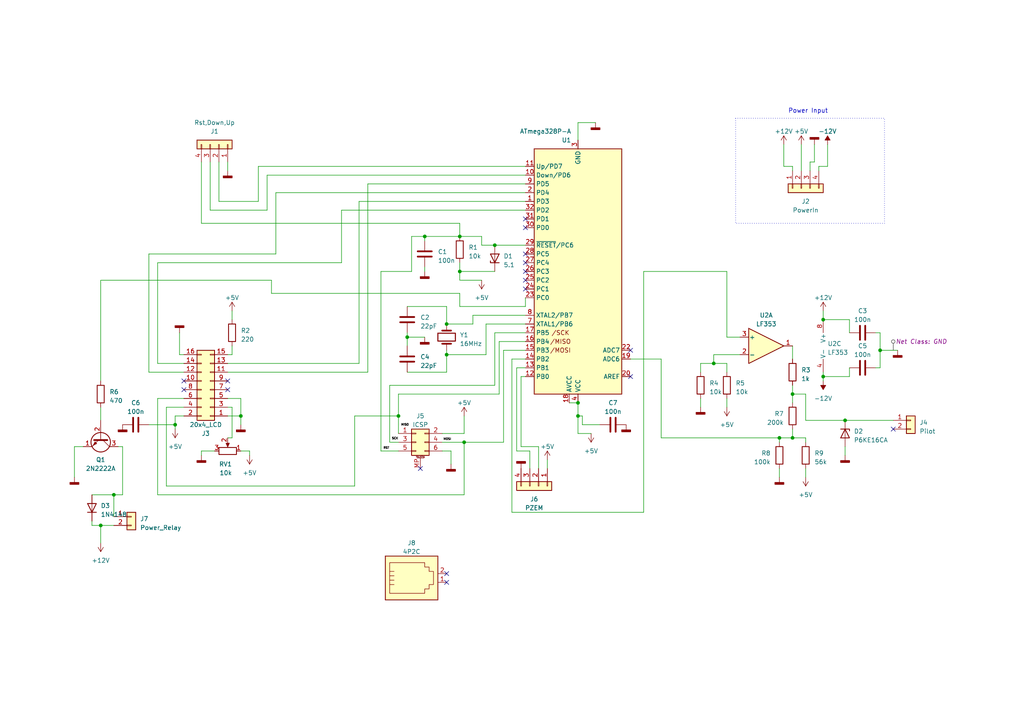
<source format=kicad_sch>
(kicad_sch (version 20230121) (generator eeschema)
  (paper "A4")
  (title_block (title "EV_Charger long version") (date "2023-05-18") (rev "0.1") (company "Siniak Digital Solutions"))
  (lib_symbols
    (symbol "+5V_1" (power) (pin_numbers hide) (pin_names (offset 0) hide)
      (property "Value" "+5V_1" (at 0 3.556 0))
      (symbol "+5V_1_0_1"
        (polyline (pts (xy -0.762 1.27) (xy 0 2.54)))
        (polyline (pts (xy 0 0) (xy 0 2.54)))
        (polyline (pts (xy 0 2.54) (xy 0.762 1.27)))
      )
      (symbol "+5V_1_1_1"
        (pin power_in line (at 0 0 90) (length 0) hide (name "+5V") (number "1"))
      )
    )
    (symbol "Amplifier_Operational:TL072" (pin_names (offset 0.127))
      (property "Reference" "U" (at 0 5.08 0))
      (property "Value" "TL072" (at 0 -5.08 0))
      (symbol "TL072_1_1"
        (polyline (pts (xy -5.08 5.08) (xy 5.08 0) (xy -5.08 -5.08) (xy -5.08 5.08)) (stroke (width 0.254)) (fill (type background)))
        (pin output line (at 7.62 0 180) (length 2.54) (name "~") (number "1"))
        (pin input line (at -7.62 -2.54 0) (length 2.54) (name "-") (number "2"))
        (pin input line (at -7.62 2.54 0) (length 2.54) (name "+") (number "3"))
      )
      (symbol "TL072_2_1"
        (polyline (pts (xy -5.08 5.08) (xy 5.08 0) (xy -5.08 -5.08) (xy -5.08 5.08)) (stroke (width 0.254)) (fill (type background)))
        (pin input line (at -7.62 2.54 0) (length 2.54) (name "+") (number "5"))
        (pin input line (at -7.62 -2.54 0) (length 2.54) (name "-") (number "6"))
        (pin output line (at 7.62 0 180) (length 2.54) (name "~") (number "7"))
      )
      (symbol "TL072_3_1"
        (pin power_in line (at -2.54 -7.62 90) (length 3.81) (name "V-") (number "4"))
        (pin power_in line (at -2.54 7.62 270) (length 3.81) (name "V+") (number "8"))
      )
    )
    (symbol "Connector:4P2C" (pin_names (offset 1.016))
      (property "Reference" "J" (at -5.08 8.89 0))
      (property "Value" "4P2C" (at 2.54 8.89 0))
      (symbol "4P2C_0_1"
        (polyline (pts (xy -6.35 -0.635) (xy -5.08 -0.635) (xy -5.08 -0.635)))
        (polyline (pts (xy -6.35 0.635) (xy -5.08 0.635) (xy -5.08 0.635)))
        (polyline (pts (xy -6.35 1.905) (xy -5.08 1.905) (xy -5.08 1.905)))
        (polyline (pts (xy -6.35 3.175) (xy -5.08 3.175) (xy -5.08 3.175)))
        (polyline (pts (xy -6.35 -3.175) (xy -6.35 5.715) (xy -1.27 5.715) (xy 3.81 5.715) (xy 3.81 4.445) (xy 5.08 4.445) (xy 5.08 3.175) (xy 6.35 3.175) (xy 6.35 -0.635) (xy 5.08 -0.635) (xy 5.08 -1.905) (xy 3.81 -1.905) (xy 3.81 -3.175) (xy -6.35 -3.175) (xy -6.35 -3.175)))
        (rectangle (start 7.62 7.62) (end -7.62 -5.08) (stroke (width 0.254)) (fill (type background)))
      )
      (symbol "4P2C_1_1"
        (pin passive line (at 10.16 0 180) (length 2.54) (name "~") (number "1"))
        (pin passive line (at 10.16 2.54 180) (length 2.54) (name "~") (number "2"))
      )
    )
    (symbol "Connector_Generic:Conn_01x02" (pin_names (offset 1.016) hide)
      (property "Reference" "J" (at 0 2.54 0))
      (property "Value" "Conn_01x02" (at 0 -5.08 0))
      (symbol "Conn_01x02_1_1"
        (rectangle (start -1.27 -2.413) (end 0 -2.667) (stroke (width 0.1524)))
        (rectangle (start -1.27 0.127) (end 0 -0.127) (stroke (width 0.1524)))
        (rectangle (start -1.27 1.27) (end 1.27 -3.81) (stroke (width 0.254)) (fill (type background)))
        (pin passive line (at -5.08 0 0) (length 3.81) (name "Pin_1") (number "1"))
        (pin passive line (at -5.08 -2.54 0) (length 3.81) (name "Pin_2") (number "2"))
      )
    )
    (symbol "Connector_Generic:Conn_01x04" (pin_names (offset 1.016) hide)
      (property "Reference" "J" (at 0 5.08 0))
      (property "Value" "Conn_01x04" (at 0 -7.62 0))
      (symbol "Conn_01x04_1_1"
        (rectangle (start -1.27 -4.953) (end 0 -5.207) (stroke (width 0.1524)))
        (rectangle (start -1.27 -2.413) (end 0 -2.667) (stroke (width 0.1524)))
        (rectangle (start -1.27 0.127) (end 0 -0.127) (stroke (width 0.1524)))
        (rectangle (start -1.27 2.667) (end 0 2.413) (stroke (width 0.1524)))
        (rectangle (start -1.27 3.81) (end 1.27 -6.35) (stroke (width 0.254)) (fill (type background)))
        (pin passive line (at -5.08 2.54 0) (length 3.81) (name "Pin_1") (number "1"))
        (pin passive line (at -5.08 0 0) (length 3.81) (name "Pin_2") (number "2"))
        (pin passive line (at -5.08 -2.54 0) (length 3.81) (name "Pin_3") (number "3"))
        (pin passive line (at -5.08 -5.08 0) (length 3.81) (name "Pin_4") (number "4"))
      )
    )
    (symbol "Connector_Generic:Conn_02x08_Odd_Even" (pin_names (offset 1.016) hide)
      (property "Reference" "J" (at 1.27 10.16 0))
      (property "Value" "Conn_02x08_Odd_Even" (at 1.27 -12.7 0))
      (symbol "Conn_02x08_Odd_Even_1_1"
        (rectangle (start -1.27 -10.033) (end 0 -10.287) (stroke (width 0.1524)))
        (rectangle (start -1.27 -7.493) (end 0 -7.747) (stroke (width 0.1524)))
        (rectangle (start -1.27 -4.953) (end 0 -5.207) (stroke (width 0.1524)))
        (rectangle (start -1.27 -2.413) (end 0 -2.667) (stroke (width 0.1524)))
        (rectangle (start -1.27 0.127) (end 0 -0.127) (stroke (width 0.1524)))
        (rectangle (start -1.27 2.667) (end 0 2.413) (stroke (width 0.1524)))
        (rectangle (start -1.27 5.207) (end 0 4.953) (stroke (width 0.1524)))
        (rectangle (start -1.27 7.747) (end 0 7.493) (stroke (width 0.1524)))
        (rectangle (start -1.27 8.89) (end 3.81 -11.43) (stroke (width 0.254)) (fill (type background)))
        (rectangle (start 3.81 -10.033) (end 2.54 -10.287) (stroke (width 0.1524)))
        (rectangle (start 3.81 -7.493) (end 2.54 -7.747) (stroke (width 0.1524)))
        (rectangle (start 3.81 -4.953) (end 2.54 -5.207) (stroke (width 0.1524)))
        (rectangle (start 3.81 -2.413) (end 2.54 -2.667) (stroke (width 0.1524)))
        (rectangle (start 3.81 0.127) (end 2.54 -0.127) (stroke (width 0.1524)))
        (rectangle (start 3.81 2.667) (end 2.54 2.413) (stroke (width 0.1524)))
        (rectangle (start 3.81 5.207) (end 2.54 4.953) (stroke (width 0.1524)))
        (rectangle (start 3.81 7.747) (end 2.54 7.493) (stroke (width 0.1524)))
        (pin passive line (at -5.08 7.62 0) (length 3.81) (name "Pin_1") (number "1"))
        (pin passive line (at 7.62 -2.54 180) (length 3.81) (name "Pin_10") (number "10"))
        (pin passive line (at -5.08 -5.08 0) (length 3.81) (name "Pin_11") (number "11"))
        (pin passive line (at 7.62 -5.08 180) (length 3.81) (name "Pin_12") (number "12"))
        (pin passive line (at -5.08 -7.62 0) (length 3.81) (name "Pin_13") (number "13"))
        (pin passive line (at 7.62 -7.62 180) (length 3.81) (name "Pin_14") (number "14"))
        (pin passive line (at -5.08 -10.16 0) (length 3.81) (name "Pin_15") (number "15"))
        (pin passive line (at 7.62 -10.16 180) (length 3.81) (name "Pin_16") (number "16"))
        (pin passive line (at 7.62 7.62 180) (length 3.81) (name "Pin_2") (number "2"))
        (pin passive line (at -5.08 5.08 0) (length 3.81) (name "Pin_3") (number "3"))
        (pin passive line (at 7.62 5.08 180) (length 3.81) (name "Pin_4") (number "4"))
        (pin passive line (at -5.08 2.54 0) (length 3.81) (name "Pin_5") (number "5"))
        (pin passive line (at 7.62 2.54 180) (length 3.81) (name "Pin_6") (number "6"))
        (pin passive line (at -5.08 0 0) (length 3.81) (name "Pin_7") (number "7"))
        (pin passive line (at 7.62 0 180) (length 3.81) (name "Pin_8") (number "8"))
        (pin passive line (at -5.08 -2.54 0) (length 3.81) (name "Pin_9") (number "9"))
      )
    )
    (symbol "Connector_Generic_MountingPin:Conn_02x03_Odd_Even_MountingPin" (pin_names (offset 1.016) hide)
      (property "Reference" "J" (at 1.27 5.08 0))
      (property "Value" "Conn_02x03_Odd_Even_MountingPin" (at 2.54 -5.08 0))
      (symbol "Conn_02x03_Odd_Even_MountingPin_1_1"
        (rectangle (start -1.27 -2.413) (end 0 -2.667) (stroke (width 0.1524)))
        (rectangle (start -1.27 0.127) (end 0 -0.127) (stroke (width 0.1524)))
        (rectangle (start -1.27 2.667) (end 0 2.413) (stroke (width 0.1524)))
        (rectangle (start -1.27 3.81) (end 3.81 -3.81) (stroke (width 0.254)) (fill (type background)))
        (polyline (pts (xy 0.254 -4.572) (xy 2.286 -4.572)) (stroke (width 0.1524)))
        (rectangle (start 3.81 -2.413) (end 2.54 -2.667) (stroke (width 0.1524)))
        (rectangle (start 3.81 0.127) (end 2.54 -0.127) (stroke (width 0.1524)))
        (rectangle (start 3.81 2.667) (end 2.54 2.413) (stroke (width 0.1524)))
        (text "Mounting" (at 1.27 -4.191 0) (effects (font (size 0.381 0.381))))
        (pin passive line (at -5.08 2.54 0) (length 3.81) (name "Pin_1") (number "1"))
        (pin passive line (at 7.62 2.54 180) (length 3.81) (name "Pin_2") (number "2"))
        (pin passive line (at -5.08 0 0) (length 3.81) (name "Pin_3") (number "3"))
        (pin passive line (at 7.62 0 180) (length 3.81) (name "Pin_4") (number "4"))
        (pin passive line (at -5.08 -2.54 0) (length 3.81) (name "Pin_5") (number "5"))
        (pin passive line (at 7.62 -2.54 180) (length 3.81) (name "Pin_6") (number "6"))
        (pin passive line (at 1.27 -7.62 90) (length 3.048) (name "MountPin") (number "MP"))
      )
    )
    (symbol "Device:C" (pin_numbers hide) (pin_names (offset 0.254))
      (property "Reference" "C" (at 0.635 2.54 0))
      (property "Value" "C" (at 0.635 -2.54 0))
      (symbol "C_0_1"
        (polyline (pts (xy -2.032 -0.762) (xy 2.032 -0.762)) (stroke (width 0.508)))
        (polyline (pts (xy -2.032 0.762) (xy 2.032 0.762)) (stroke (width 0.508)))
      )
      (symbol "C_1_1"
        (pin passive line (at 0 3.81 270) (length 2.794) (name "~") (number "1"))
        (pin passive line (at 0 -3.81 90) (length 2.794) (name "~") (number "2"))
      )
    )
    (symbol "Device:Crystal" (pin_numbers hide) (pin_names (offset 1.016) hide)
      (property "Reference" "Y" (at 0 3.81 0))
      (property "Value" "Crystal" (at 0 -3.81 0))
      (symbol "Crystal_0_1"
        (rectangle (start -1.143 2.54) (end 1.143 -2.54) (stroke (width 0.3048)))
        (polyline (pts (xy -2.54 0) (xy -1.905 0)))
        (polyline (pts (xy -1.905 -1.27) (xy -1.905 1.27)) (stroke (width 0.508)))
        (polyline (pts (xy 1.905 -1.27) (xy 1.905 1.27)) (stroke (width 0.508)))
        (polyline (pts (xy 2.54 0) (xy 1.905 0)))
      )
      (symbol "Crystal_1_1"
        (pin passive line (at -3.81 0 0) (length 1.27) (name "1") (number "1"))
        (pin passive line (at 3.81 0 180) (length 1.27) (name "2") (number "2"))
      )
    )
    (symbol "Device:D_Zener" (pin_numbers hide) (pin_names (offset 1.016) hide)
      (property "Reference" "D" (at 0 2.54 0))
      (property "Value" "D_Zener" (at 0 -2.54 0))
      (symbol "D_Zener_0_1"
        (polyline (pts (xy 1.27 0) (xy -1.27 0)))
        (polyline (pts (xy -1.27 -1.27) (xy -1.27 1.27) (xy -0.762 1.27)) (stroke (width 0.254)))
        (polyline (pts (xy 1.27 -1.27) (xy 1.27 1.27) (xy -1.27 0) (xy 1.27 -1.27)) (stroke (width 0.254)))
      )
      (symbol "D_Zener_1_1"
        (pin passive line (at -3.81 0 0) (length 2.54) (name "K") (number "1"))
        (pin passive line (at 3.81 0 180) (length 2.54) (name "A") (number "2"))
      )
    )
    (symbol "Device:R" (pin_numbers hide) (pin_names (offset 0))
      (property "Reference" "R" (at 2.032 0 90))
      (property "Value" "R" (at 0 0 90))
      (symbol "R_0_1"
        (rectangle (start -1.016 -2.54) (end 1.016 2.54) (stroke (width 0.254)))
      )
      (symbol "R_1_1"
        (pin passive line (at 0 3.81 270) (length 1.27) (name "~") (number "1"))
        (pin passive line (at 0 -3.81 90) (length 1.27) (name "~") (number "2"))
      )
    )
    (symbol "Device:R_Potentiometer" (pin_names (offset 1.016) hide)
      (property "Reference" "RV" (at -4.445 0 90))
      (property "Value" "R_Potentiometer" (at -2.54 0 90))
      (symbol "R_Potentiometer_0_1"
        (polyline (pts (xy 2.54 0) (xy 1.524 0)))
        (polyline (pts (xy 1.143 0) (xy 2.286 0.508) (xy 2.286 -0.508) (xy 1.143 0)) (fill (type outline)))
        (rectangle (start 1.016 2.54) (end -1.016 -2.54) (stroke (width 0.254)))
      )
      (symbol "R_Potentiometer_1_1"
        (pin passive line (at 0 3.81 270) (length 1.27) (name "1") (number "1"))
        (pin passive line (at 3.81 0 180) (length 1.27) (name "2") (number "2"))
        (pin passive line (at 0 -3.81 90) (length 1.27) (name "3") (number "3"))
      )
    )
    (symbol "Diode:1N4148" (pin_numbers hide) (pin_names hide)
      (property "Reference" "D" (at 0 2.54 0))
      (property "Value" "1N4148" (at 0 -2.54 0))
      (symbol "1N4148_0_1"
        (polyline (pts (xy -1.27 1.27) (xy -1.27 -1.27)) (stroke (width 0.254)))
        (polyline (pts (xy 1.27 0) (xy -1.27 0)))
        (polyline (pts (xy 1.27 1.27) (xy 1.27 -1.27) (xy -1.27 0) (xy 1.27 1.27)) (stroke (width 0.254)))
      )
      (symbol "1N4148_1_1"
        (pin passive line (at -3.81 0 0) (length 2.54) (name "K") (number "1"))
        (pin passive line (at 3.81 0 180) (length 2.54) (name "A") (number "2"))
      )
    )
    (symbol "Diode:1N47xxA" (pin_numbers hide) (pin_names hide)
      (property "Reference" "D" (at 0 2.54 0))
      (property "Value" "1N47xxA" (at 0 -2.54 0))
      (symbol "1N47xxA_0_1"
        (polyline (pts (xy 1.27 0) (xy -1.27 0)))
        (polyline (pts (xy -1.27 -1.27) (xy -1.27 1.27) (xy -0.762 1.27)) (stroke (width 0.254)))
        (polyline (pts (xy 1.27 -1.27) (xy 1.27 1.27) (xy -1.27 0) (xy 1.27 -1.27)) (stroke (width 0.254)))
      )
      (symbol "1N47xxA_1_1"
        (pin passive line (at -3.81 0 0) (length 2.54) (name "K") (number "1"))
        (pin passive line (at 3.81 0 180) (length 2.54) (name "A") (number "2"))
      )
    )
    (symbol "MCU_Microchip_ATmega:ATmega328P-A"
      (property "Reference" "U1" (at 1.9559 -38.1 0))
      (property "Value" "ATmega328P-A" (at 1.9559 -40.64 0))
      (symbol "ATmega328P-A_0_1"
        (rectangle (start -12.7 35.56) (end 12.7 -35.56) (stroke (width 0.254)) (fill (type background)))
      )
      (symbol "ATmega328P-A_1_1"
        (text "/MISO" (at 5.08 20.32 0) (effects (font (size 1.27 1.27))))
        (text "/MOSI" (at 5.08 22.86 0) (effects (font (size 1.27 1.27))))
        (text "/SCK" (at 5.08 17.78 0) (effects (font (size 1.27 1.27))))
        (pin bidirectional line (at 15.24 -20.32 180) (length 2.54) (name "PD3") (number "1"))
        (pin bidirectional line (at 15.24 -27.94 180) (length 2.54) (name "Down/PD6") (number "10"))
        (pin bidirectional line (at 15.24 -30.48 180) (length 2.54) (name "Up/PD7") (number "11"))
        (pin bidirectional line (at 15.24 30.48 180) (length 2.54) (name "PB0") (number "12"))
        (pin bidirectional line (at 15.24 27.94 180) (length 2.54) (name "PB1") (number "13"))
        (pin bidirectional line (at 15.24 25.4 180) (length 2.54) (name "PB2") (number "14"))
        (pin bidirectional line (at 15.24 22.86 180) (length 2.54) (name "PB3") (number "15"))
        (pin bidirectional line (at 15.24 20.32 180) (length 2.54) (name "PB4") (number "16"))
        (pin bidirectional line (at 15.24 17.78 180) (length 2.54) (name "PB5") (number "17"))
        (pin power_in line (at 2.54 38.1 270) (length 2.54) (name "AVCC") (number "18"))
        (pin input line (at -15.24 25.4 0) (length 2.54) (name "ADC6") (number "19"))
        (pin bidirectional line (at 15.24 -22.86 180) (length 2.54) (name "PD4") (number "2"))
        (pin passive line (at -15.24 30.48 0) (length 2.54) (name "AREF") (number "20"))
        (pin passive line (at 0 -38.1 90) (length 2.54) hide (name "GND") (number "21"))
        (pin input line (at -15.24 22.86 0) (length 2.54) (name "ADC7") (number "22"))
        (pin bidirectional line (at 15.24 7.62 180) (length 2.54) (name "PC0") (number "23"))
        (pin bidirectional line (at 15.24 5.08 180) (length 2.54) (name "PC1") (number "24"))
        (pin bidirectional line (at 15.24 2.54 180) (length 2.54) (name "PC2") (number "25"))
        (pin bidirectional line (at 15.24 0 180) (length 2.54) (name "PC3") (number "26"))
        (pin bidirectional line (at 15.24 -2.54 180) (length 2.54) (name "PC4") (number "27"))
        (pin bidirectional line (at 15.24 -5.08 180) (length 2.54) (name "PC5") (number "28"))
        (pin bidirectional line (at 15.24 -7.62 180) (length 2.54) (name "~{RESET}/PC6") (number "29"))
        (pin power_in line (at 0 -38.1 90) (length 2.54) (name "GND") (number "3"))
        (pin bidirectional line (at 15.24 -12.7 180) (length 2.54) (name "PD0") (number "30"))
        (pin bidirectional line (at 15.24 -15.24 180) (length 2.54) (name "PD1") (number "31"))
        (pin bidirectional line (at 15.24 -17.78 180) (length 2.54) (name "PD2") (number "32"))
        (pin power_in line (at 0 38.1 270) (length 2.54) (name "VCC") (number "4"))
        (pin passive line (at 0 -38.1 90) (length 2.54) hide (name "GND") (number "5"))
        (pin passive line (at 0 38.1 270) (length 2.54) hide (name "VCC") (number "6"))
        (pin bidirectional line (at 15.24 15.24 180) (length 2.54) (name "XTAL1/PB6") (number "7"))
        (pin bidirectional line (at 15.24 12.7 180) (length 2.54) (name "XTAL2/PB7") (number "8"))
        (pin bidirectional line (at 15.24 -25.4 180) (length 2.54) (name "PD5") (number "9"))
      )
    )
    (symbol "Transistor_BJT:PN2222A" (pin_names (offset 0) hide)
      (property "Reference" "Q" (at 5.08 1.905 0))
      (property "Value" "PN2222A" (at 5.08 0 0))
      (symbol "PN2222A_0_1"
        (polyline (pts (xy 0 0) (xy 0.635 0)))
        (polyline (pts (xy 2.54 -2.54) (xy 0.635 -0.635)))
        (polyline (pts (xy 2.54 2.54) (xy 0.635 0.635)))
        (polyline (pts (xy 0.635 1.905) (xy 0.635 -1.905) (xy 0.635 -1.905)) (stroke (width 0.508)))
        (polyline (pts (xy 2.413 -2.413) (xy 1.905 -1.905) (xy 1.905 -1.905)))
        (polyline (pts (xy 1.143 -1.651) (xy 1.651 -1.143) (xy 2.159 -2.159) (xy 1.143 -1.651) (xy 1.143 -1.651)) (fill (type outline)))
        (circle (center 1.27 0) (radius 2.8194) (stroke (width 0.254)))
      )
      (symbol "PN2222A_1_1"
        (pin passive line (at 2.54 -5.08 90) (length 2.54) (name "E") (number "1"))
        (pin input line (at -5.08 0 0) (length 5.08) (name "B") (number "2"))
        (pin passive line (at 2.54 5.08 270) (length 2.54) (name "C") (number "3"))
      )
    )
    (symbol "power:+12V" (power) (pin_numbers hide) (pin_names (offset 0) hide)
      (property "Value" "+12V" (at 0 3.556 0))
      (symbol "+12V_0_1"
        (polyline (pts (xy -0.762 1.27) (xy 0 2.54)))
        (polyline (pts (xy 0 0) (xy 0 2.54)))
        (polyline (pts (xy 0 2.54) (xy 0.762 1.27)))
      )
      (symbol "+12V_1_1"
        (pin power_in line (at 0 0 90) (length 0) hide (name "+12V") (number "1"))
      )
    )
    (symbol "power:+5V" (power) (pin_numbers hide) (pin_names (offset 0) hide)
      (property "Value" "+5V" (at 0 3.556 0))
      (symbol "+5V_0_1"
        (polyline (pts (xy -0.762 1.27) (xy 0 2.54)))
        (polyline (pts (xy 0 0) (xy 0 2.54)))
        (polyline (pts (xy 0 2.54) (xy 0.762 1.27)))
      )
      (symbol "+5V_1_1"
        (pin power_in line (at 0 0 90) (length 0) hide (name "+5V") (number "1"))
      )
    )
    (symbol "power:-12V" (power) (pin_numbers hide) (pin_names (offset 0) hide)
      (property "Value" "-12V" (at 0 3.81 0))
      (symbol "-12V_0_0"
        (pin power_in line (at 0 0 90) (length 0) hide (name "-12V") (number "1"))
      )
      (symbol "-12V_0_1"
        (polyline (pts (xy 0 0) (xy 0 1.27) (xy 0.762 1.27) (xy 0 2.54) (xy -0.762 1.27) (xy 0 1.27)) (fill (type outline)))
      )
    )
    (symbol "power:GNDD" (power) (pin_numbers hide) (pin_names (offset 0) hide)
      (property "Value" "GNDD" (at 0 -3.175 0))
      (symbol "GNDD_0_1"
        (rectangle (start -1.27 -1.524) (end 1.27 -2.032) (stroke (width 0.254)) (fill (type outline)))
        (polyline (pts (xy 0 0) (xy 0 -1.524)))
      )
      (symbol "GNDD_1_1"
        (pin power_in line (at 0 0 270) (length 0) hide (name "GNDD") (number "1"))
      )
    )
  )
  (junction (at 229.87 114.3))
  (junction (at 134.62 128.27))
  (junction (at 245.11 121.92))
  (junction (at 143.51 71.12))
  (junction (at 255.27 101.6))
  (junction (at 33.02 143.51))
  (junction (at 226.06 127))
  (junction (at 118.11 97.79))
  (junction (at 133.35 68.58))
  (junction (at 129.54 93.98))
  (junction (at 207.01 105.41))
  (junction (at 69.85 120.65))
  (junction (at 167.64 120.65))
  (junction (at 167.64 116.84))
  (junction (at 238.76 92.71))
  (junction (at 29.21 152.4))
  (junction (at 123.19 68.58))
  (junction (at 229.87 127))
  (junction (at 238.76 109.22))
  (junction (at 133.35 78.74))
  (junction (at 50.8 123.19))
  (junction (at 115.57 120.65))
  (junction (at 129.54 102.87))
  (no_connect (at 152.4 63.5))
  (no_connect (at 152.4 78.74))
  (no_connect (at 129.54 168.91))
  (no_connect (at 53.34 113.03))
  (no_connect (at 66.04 110.49))
  (no_connect (at 121.92 135.89))
  (no_connect (at 152.4 76.2))
  (no_connect (at 182.88 109.22))
  (no_connect (at 182.88 101.6))
  (no_connect (at 152.4 83.82))
  (no_connect (at 259.08 124.46))
  (no_connect (at 66.04 113.03))
  (no_connect (at 53.34 110.49))
  (no_connect (at 152.4 81.28))
  (no_connect (at 152.4 66.04))
  (no_connect (at 129.54 166.37))
  (no_connect (at 152.4 73.66))
  (wire (pts (xy 77.47 60.96) (xy 77.47 50.8)))
  (wire (pts (xy 69.85 120.65) (xy 69.85 123.19)))
  (wire (pts (xy 210.82 105.41) (xy 210.82 107.95)))
  (wire (pts (xy 102.87 120.65) (xy 115.57 120.65)))
  (wire (pts (xy 255.27 101.6) (xy 260.35 101.6)))
  (wire (pts (xy 129.54 93.98) (xy 137.16 93.98)))
  (wire (pts (xy 45.72 115.57) (xy 45.72 143.51)))
  (wire (pts (xy 229.87 124.46) (xy 229.87 127)))
  (wire (pts (xy 229.87 114.3) (xy 229.87 116.84)))
  (wire (pts (xy 140.97 102.87) (xy 140.97 93.98)))
  (wire (pts (xy 53.34 115.57) (xy 45.72 115.57)))
  (wire (pts (xy 113.03 111.76) (xy 143.51 111.76)))
  (wire (pts (xy 26.67 152.4) (xy 29.21 152.4)))
  (wire (pts (xy 151.13 129.54) (xy 156.21 129.54)))
  (wire (pts (xy 203.2 105.41) (xy 207.01 105.41)))
  (wire (pts (xy 146.05 128.27) (xy 146.05 101.6)))
  (wire (pts (xy 152.4 58.42) (xy 104.14 58.42)))
  (wire (pts (xy 29.21 81.28) (xy 29.21 110.49)))
  (wire (pts (xy 158.75 133.35) (xy 158.75 135.89)))
  (wire (pts (xy 50.8 123.19) (xy 50.8 124.46)))
  (wire (pts (xy 72.39 130.81) (xy 72.39 132.08)))
  (wire (pts (xy 53.34 102.87) (xy 52.07 102.87)))
  (wire (pts (xy 63.5 58.42) (xy 74.93 58.42)))
  (wire (pts (xy 29.21 152.4) (xy 29.21 157.48)))
  (wire (pts (xy 151.13 109.22) (xy 151.13 129.54)))
  (wire (pts (xy 233.68 121.92) (xy 245.11 121.92)))
  (wire (pts (xy 129.54 102.87) (xy 129.54 101.6)))
  (wire (pts (xy 168.91 120.65) (xy 167.64 120.65)))
  (wire (pts (xy 173.99 123.19) (xy 168.91 123.19)))
  (wire (pts (xy 52.07 102.87) (xy 52.07 96.52)))
  (wire (pts (xy 123.19 77.47) (xy 123.19 78.74)))
  (wire (pts (xy 66.04 115.57) (xy 69.85 115.57)))
  (wire (pts (xy 232.41 41.91) (xy 232.41 49.53)))
  (wire (pts (xy 74.93 58.42) (xy 74.93 48.26)))
  (wire (pts (xy 53.34 118.11) (xy 48.26 118.11)))
  (wire (pts (xy 137.16 91.44) (xy 152.4 91.44)))
  (wire (pts (xy 48.26 140.97) (xy 102.87 140.97)))
  (wire (pts (xy 233.68 135.89) (xy 233.68 138.43)))
  (wire (pts (xy 133.35 88.9) (xy 133.35 85.09)))
  (wire (pts (xy 143.51 111.76) (xy 143.51 96.52)))
  (wire (pts (xy 133.35 81.28) (xy 139.7 81.28)))
  (wire (pts (xy 118.11 88.9) (xy 129.54 88.9)))
  (wire (pts (xy 33.02 143.51) (xy 26.67 143.51)))
  (wire (pts (xy 233.68 114.3) (xy 233.68 121.92)))
  (wire (pts (xy 152.4 109.22) (xy 151.13 109.22)))
  (wire (pts (xy 43.18 107.95) (xy 43.18 73.66)))
  (wire (pts (xy 255.27 106.68) (xy 254 106.68)))
  (wire (pts (xy 152.4 60.96) (xy 99.06 60.96)))
  (wire (pts (xy 237.49 48.26) (xy 240.03 48.26)))
  (wire (pts (xy 144.78 114.3) (xy 144.78 99.06)))
  (wire (pts (xy 229.87 111.76) (xy 229.87 114.3)))
  (wire (pts (xy 106.68 53.34) (xy 106.68 107.95)))
  (wire (pts (xy 134.62 143.51) (xy 134.62 128.27)))
  (wire (pts (xy 34.29 129.54) (xy 35.56 129.54)))
  (wire (pts (xy 214.63 102.87) (xy 207.01 102.87)))
  (wire (pts (xy 43.18 123.19) (xy 50.8 123.19)))
  (wire (pts (xy 118.11 96.52) (xy 118.11 97.79)))
  (wire (pts (xy 139.7 68.58) (xy 133.35 68.58)))
  (wire (pts (xy 167.64 116.84) (xy 167.64 120.65)))
  (wire (pts (xy 115.57 120.65) (xy 115.57 114.3)))
  (wire (pts (xy 123.19 68.58) (xy 133.35 68.58)))
  (wire (pts (xy 148.4739 148.59) (xy 186.69 148.59)))
  (wire (pts (xy 29.21 81.28) (xy 78.74 81.28)))
  (wire (pts (xy 165.1 116.84) (xy 167.64 116.84)))
  (wire (pts (xy 238.76 107.95) (xy 238.76 109.22)))
  (wire (pts (xy 110.49 130.81) (xy 115.57 130.81)))
  (wire (pts (xy 50.8 120.65) (xy 50.8 123.19)))
  (wire (pts (xy 186.69 78.74) (xy 210.82 78.74)))
  (wire (pts (xy 123.19 68.58) (xy 119.38 68.58)))
  (wire (pts (xy 67.31 118.11) (xy 67.31 127)))
  (wire (pts (xy 133.35 85.09) (xy 78.74 85.09)))
  (wire (pts (xy 134.62 128.27) (xy 146.05 128.27)))
  (wire (pts (xy 133.35 78.74) (xy 133.35 81.28)))
  (wire (pts (xy 152.4 53.34) (xy 106.68 53.34)))
  (wire (pts (xy 45.72 143.51) (xy 134.62 143.51)))
  (wire (pts (xy 118.11 107.95) (xy 129.54 107.95)))
  (wire (pts (xy 237.49 49.53) (xy 237.49 48.26)))
  (wire (pts (xy 67.31 102.87) (xy 67.31 100.33)))
  (wire (pts (xy 66.04 46.99) (xy 66.04 49.53)))
  (wire (pts (xy 99.06 60.96) (xy 99.06 76.2)))
  (wire (pts (xy 58.42 130.81) (xy 58.42 132.08)))
  (wire (pts (xy 106.68 107.95) (xy 66.04 107.95)))
  (wire (pts (xy 62.23 130.81) (xy 58.42 130.81)))
  (wire (pts (xy 246.38 96.52) (xy 246.38 92.71)))
  (wire (pts (xy 134.62 120.65) (xy 134.62 125.73)))
  (wire (pts (xy 58.42 46.99) (xy 58.42 64.77)))
  (wire (pts (xy 128.27 130.81) (xy 130.81 130.81)))
  (wire (pts (xy 210.82 115.57) (xy 210.82 118.11)))
  (wire (pts (xy 246.38 109.22) (xy 238.76 109.22)))
  (wire (pts (xy 115.57 128.27) (xy 113.03 128.27)))
  (wire (pts (xy 78.74 85.09) (xy 78.74 81.28)))
  (wire (pts (xy 152.4 88.9) (xy 133.35 88.9)))
  (wire (pts (xy 152.4 106.68) (xy 149.86 106.68)))
  (wire (pts (xy 115.57 114.3) (xy 144.78 114.3)))
  (wire (pts (xy 203.2 115.57) (xy 203.2 118.11)))
  (wire (pts (xy 139.7 71.12) (xy 139.7 68.58)))
  (wire (pts (xy 191.77 127) (xy 226.06 127)))
  (wire (pts (xy 236.22 46.99) (xy 236.22 41.91)))
  (wire (pts (xy 229.87 49.53) (xy 229.87 48.26)))
  (wire (pts (xy 33.02 149.86) (xy 33.02 143.51)))
  (wire (pts (xy 104.14 58.42) (xy 104.14 105.41)))
  (wire (pts (xy 234.95 46.99) (xy 236.22 46.99)))
  (wire (pts (xy 167.64 40.64) (xy 167.64 35.56)))
  (wire (pts (xy 58.42 64.77) (xy 133.35 64.77)))
  (wire (pts (xy 67.31 90.17) (xy 67.31 92.71)))
  (wire (pts (xy 240.03 41.91) (xy 240.03 48.26)))
  (wire (pts (xy 60.96 60.96) (xy 77.47 60.96)))
  (wire (pts (xy 245.11 129.54) (xy 245.11 132.08)))
  (wire (pts (xy 63.5 46.99) (xy 63.5 58.42)))
  (wire (pts (xy 233.68 127) (xy 233.68 128.27)))
  (wire (pts (xy 238.76 92.71) (xy 246.38 92.71)))
  (wire (pts (xy 152.4 104.14) (xy 148.4739 104.14)))
  (wire (pts (xy 168.91 123.19) (xy 168.91 120.65)))
  (wire (pts (xy 60.96 46.99) (xy 60.96 60.96)))
  (wire (pts (xy 153.67 130.81) (xy 153.67 135.89)))
  (wire (pts (xy 67.31 118.11) (xy 66.04 118.11)))
  (wire (pts (xy 167.64 120.65) (xy 167.64 125.73)))
  (wire (pts (xy 140.97 93.98) (xy 152.4 93.98)))
  (wire (pts (xy 227.33 48.26) (xy 227.33 41.91)))
  (wire (pts (xy 53.34 120.65) (xy 50.8 120.65)))
  (wire (pts (xy 254 96.52) (xy 255.27 96.52)))
  (wire (pts (xy 110.49 78.74) (xy 110.49 130.81)))
  (wire (pts (xy 229.87 114.3) (xy 233.68 114.3)))
  (wire (pts (xy 21.59 129.54) (xy 24.13 129.54)))
  (wire (pts (xy 148.4739 104.14) (xy 148.4739 148.59)))
  (wire (pts (xy 137.16 93.98) (xy 137.16 91.44)))
  (wire (pts (xy 45.72 105.41) (xy 53.34 105.41)))
  (wire (pts (xy 143.51 78.74) (xy 133.35 78.74)))
  (wire (pts (xy 77.47 50.8) (xy 152.4 50.8)))
  (wire (pts (xy 69.85 130.81) (xy 72.39 130.81)))
  (wire (pts (xy 226.06 127) (xy 229.87 127)))
  (wire (pts (xy 128.27 128.27) (xy 134.62 128.27)))
  (wire (pts (xy 130.81 130.81) (xy 130.81 134.62)))
  (wire (pts (xy 67.31 127) (xy 66.04 127)))
  (wire (pts (xy 238.76 109.22) (xy 238.76 110.49)))
  (wire (pts (xy 134.62 125.73) (xy 128.27 125.73)))
  (wire (pts (xy 119.38 68.58) (xy 119.38 78.74)))
  (wire (pts (xy 152.4 71.12) (xy 143.51 71.12)))
  (wire (pts (xy 210.82 78.74) (xy 210.82 97.79)))
  (wire (pts (xy 74.93 48.26) (xy 152.4 48.26)))
  (wire (pts (xy 123.19 97.79) (xy 118.11 97.79)))
  (wire (pts (xy 129.54 102.87) (xy 129.54 107.95)))
  (wire (pts (xy 207.01 102.87) (xy 207.01 105.41)))
  (wire (pts (xy 35.56 143.51) (xy 33.02 143.51)))
  (wire (pts (xy 66.04 120.65) (xy 69.85 120.65)))
  (wire (pts (xy 182.88 104.14) (xy 191.77 104.14)))
  (wire (pts (xy 99.06 76.2) (xy 45.72 76.2)))
  (wire (pts (xy 66.04 102.87) (xy 67.31 102.87)))
  (wire (pts (xy 129.54 88.9) (xy 129.54 93.98)))
  (wire (pts (xy 29.21 152.4) (xy 33.02 152.4)))
  (wire (pts (xy 45.72 76.2) (xy 45.72 105.41)))
  (wire (pts (xy 186.69 148.59) (xy 186.69 78.74)))
  (wire (pts (xy 29.21 118.11) (xy 29.21 121.92)))
  (wire (pts (xy 102.87 140.97) (xy 102.87 120.65)))
  (wire (pts (xy 234.95 49.53) (xy 234.95 46.99)))
  (wire (pts (xy 69.85 115.57) (xy 69.85 120.65)))
  (wire (pts (xy 53.34 107.95) (xy 43.18 107.95)))
  (wire (pts (xy 133.35 64.77) (xy 133.35 68.58)))
  (wire (pts (xy 140.97 102.87) (xy 129.54 102.87)))
  (wire (pts (xy 118.11 97.79) (xy 118.11 100.33)))
  (wire (pts (xy 80.01 55.88) (xy 152.4 55.88)))
  (wire (pts (xy 229.87 48.26) (xy 227.33 48.26)))
  (wire (pts (xy 210.82 97.79) (xy 214.63 97.79)))
  (wire (pts (xy 229.87 127) (xy 233.68 127)))
  (wire (pts (xy 133.35 76.2) (xy 133.35 78.74)))
  (wire (pts (xy 245.11 121.92) (xy 259.08 121.92)))
  (wire (pts (xy 167.64 35.56) (xy 172.72 35.56)))
  (wire (pts (xy 143.51 71.12) (xy 139.7 71.12)))
  (wire (pts (xy 149.86 106.68) (xy 149.86 130.81)))
  (wire (pts (xy 149.86 130.81) (xy 153.67 130.81)))
  (wire (pts (xy 246.38 106.68) (xy 246.38 109.22)))
  (wire (pts (xy 123.19 69.85) (xy 123.19 68.58)))
  (wire (pts (xy 167.64 125.73) (xy 171.45 125.73)))
  (wire (pts (xy 35.56 129.54) (xy 35.56 143.51)))
  (wire (pts (xy 113.03 128.27) (xy 113.03 111.76)))
  (wire (pts (xy 152.4 86.36) (xy 152.4 88.9)))
  (wire (pts (xy 207.01 105.41) (xy 210.82 105.41)))
  (wire (pts (xy 26.67 151.13) (xy 26.67 152.4)))
  (wire (pts (xy 48.26 118.11) (xy 48.26 140.97)))
  (wire (pts (xy 226.06 135.89) (xy 226.06 138.43)))
  (wire (pts (xy 156.21 129.54) (xy 156.21 135.89)))
  (wire (pts (xy 143.51 96.52) (xy 152.4 96.52)))
  (wire (pts (xy 255.27 96.52) (xy 255.27 101.6)))
  (wire (pts (xy 144.78 99.06) (xy 152.4 99.06)))
  (wire (pts (xy 229.87 100.33) (xy 229.87 104.14)))
  (wire (pts (xy 43.18 73.66) (xy 80.01 73.66)))
  (wire (pts (xy 146.05 101.6) (xy 152.4 101.6)))
  (wire (pts (xy 119.38 78.74) (xy 110.49 78.74)))
  (wire (pts (xy 80.01 73.66) (xy 80.01 55.88)))
  (wire (pts (xy 226.06 128.27) (xy 226.06 127)))
  (wire (pts (xy 203.2 107.95) (xy 203.2 105.41)))
  (wire (pts (xy 104.14 105.41) (xy 66.04 105.41)))
  (wire (pts (xy 21.59 129.54) (xy 21.59 138.43)))
  (wire (pts (xy 238.76 90.17) (xy 238.76 92.71)))
  (wire (pts (xy 255.27 101.6) (xy 255.27 106.68)))
  (wire (pts (xy 115.57 125.73) (xy 115.57 120.65)))
  (wire (pts (xy 191.77 104.14) (xy 191.77 127)))
  (rectangle (start 213.36 34.29) (end 256.54 64.77) (stroke (width 0) (type dot)))
  (text "MOSI" (at 128.5517 127.8969 0) (effects (font (size 0.6 0.6)) (justify left bottom)))
  (text "MISO" (at 116.2686 123.7162 0) (effects (font (size 0.6 0.6)) (justify left bottom)))
  (text "Power Input" (at 228.6 33.02 0) (effects (font (size 1.27 1.27)) (justify left bottom)))
  (text "SCK" (at 113.5911 127.6918 0) (effects (font (size 0.6 0.6)) (justify left bottom)))
  (text "RST" (at 111.157 130.4504 0) (effects (font (size 0.6 0.6)) (justify left bottom)))
  (netclass_flag "" (length 2.54) (shape round) (at 259.08 101.6 0) (property "Netclass" "GND" (at 259.7785 99.06 0) (show_name) (effects (font italic) (justify left))))
  (symbol (lib_id "power:GNDD") (at 35.56 123.19 0) (mirror y) (unit 1)
    (property "Reference" "#PWR018" (effects hide))
    (property "Value" "GNDD" (effects hide))
  )
  (symbol (lib_id "Device:R_Potentiometer") (at 66.04 130.81 270) (mirror x) (unit 1)
    (property "Reference" "RV1" (at 67.31 134.62 90) (effects (justify right)))
    (property "Value" "10k" (at 67.31 137.16 90) (effects (justify right)))
    (property "Footprint" "Potentiometer_THT:Potentiometer_Runtron_RM-065_Vertical" (effects hide))
  )
  (symbol (lib_id "Device:C") (at 118.11 104.14 0) (unit 1)
    (property "Reference" "C4" (at 121.92 103.505 0) (effects (justify left)))
    (property "Value" "22pF" (at 121.92 106.045 0) (effects (justify left)))
    (property "Footprint" "Capacitor_SMD:C_1206_3216Metric_Pad1.33x1.80mm_HandSolder" (effects hide))
  )
  (symbol (lib_id "Connector_Generic:Conn_01x02") (at 38.1 149.86 0) (unit 1)
    (property "Reference" "J7" (at 40.64 150.495 0) (effects (justify left)))
    (property "Value" "Power_Relay" (at 40.64 153.035 0) (effects (justify left)))
    (property "Footprint" "Connector_Phoenix_MC:PhoenixContact_MC_1,5_2-G-3.5_1x02_P3.50mm_Horizontal" (effects hide))
  )
  (symbol (lib_id "Device:C") (at 118.11 92.71 0) (unit 1)
    (property "Reference" "C2" (at 121.92 92.075 0) (effects (justify left)))
    (property "Value" "22pF" (at 121.92 94.615 0) (effects (justify left)))
    (property "Footprint" "Capacitor_SMD:C_1206_3216Metric_Pad1.33x1.80mm_HandSolder" (effects hide))
  )
  (symbol (lib_id "Connector_Generic:Conn_02x08_Odd_Even") (at 60.96 113.03 180) (unit 1)
    (property "Reference" "J3" (at 59.69 125.73 0))
    (property "Value" "20x4_LCD" (at 59.69 123.19 0))
    (property "Footprint" "Connector_IDC:IDC-Header_2x08_P2.54mm_Vertical" (effects hide))
  )
  (symbol (lib_id "Transistor_BJT:PN2222A") (at 29.21 127 270) (unit 1)
    (property "Reference" "Q1" (at 29.21 133.35 90))
    (property "Value" "2N2222A" (at 29.21 135.89 90))
    (property "Footprint" "Package_TO_SOT_THT:TO-18-3" (effects hide))
    (property "Datasheet" "https://www.onsemi.com/pub/Collateral/PN2222-D.PDF" (effects hide))
  )
  (symbol (lib_id "Device:R") (at 133.35 72.39 0) (unit 1)
    (property "Reference" "R1" (at 135.89 71.755 0) (effects (justify left)))
    (property "Value" "10k" (at 135.89 74.295 0) (effects (justify left)))
    (property "Footprint" "Resistor_SMD:R_2010_5025Metric_Pad1.40x2.65mm_HandSolder" (effects hide))
  )
  (symbol (lib_id "Device:R") (at 203.2 111.76 0) (unit 1)
    (property "Reference" "R4" (at 205.74 111.125 0) (effects (justify left)))
    (property "Value" "10k" (at 205.74 113.665 0) (effects (justify left)))
    (property "Footprint" "Resistor_SMD:R_2010_5025Metric_Pad1.40x2.65mm_HandSolder" (effects hide))
  )
  (symbol (lib_id "power:GNDD") (at 69.85 123.19 0) (unit 1)
    (property "Reference" "#PWR019" (effects hide))
    (property "Value" "GNDD" (effects hide))
  )
  (symbol (lib_name "+5V_1") (lib_id "power:+5V") (at 232.41 41.91 0) (unit 1)
    (property "Reference" "#PWR03" (effects hide))
    (property "Value" "+5V" (at 232.41 38.1 0))
  )
  (symbol (lib_id "power:GNDD") (at 58.42 132.08 0) (unit 1)
    (property "Reference" "#PWR023" (effects hide))
    (property "Value" "GNDD" (effects hide))
  )
  (symbol (lib_id "MCU_Microchip_ATmega:ATmega328P-A") (at 167.64 78.74 180) (unit 1)
    (property "Reference" "U1" (at 165.6841 40.64 0) (effects (justify left)))
    (property "Value" "ATmega328P-A" (at 165.6841 38.1 0) (effects (justify left)))
    (property "Footprint" "Package_QFP:TQFP-32_7x7mm_P0.8mm" (effects hide))
    (property "Datasheet" "http://ww1.microchip.com/downloads/en/DeviceDoc/ATmega328_P%20AVR%20MCU%20with%20picoPower%20Technology%20Data%20Sheet%2040001984A.pdf" (effects hide))
  )
  (symbol (lib_id "power:GNDD") (at 21.59 138.43 0) (unit 1)
    (property "Reference" "#PWR029" (effects hide))
    (property "Value" "GNDD" (effects hide))
  )
  (symbol (lib_id "power:GNDD") (at 151.13 135.89 180) (unit 1)
    (property "Reference" "#PWR028" (effects hide))
    (property "Value" "GNDD" (effects hide))
  )
  (symbol (lib_id "power:GNDD") (at 245.11 132.08 0) (unit 1)
    (property "Reference" "#PWR025" (effects hide))
    (property "Value" "GNDD" (effects hide))
  )
  (symbol (lib_id "Device:C") (at 123.19 73.66 0) (unit 1)
    (property "Reference" "C1" (at 127 73.025 0) (effects (justify left)))
    (property "Value" "100n" (at 127 75.565 0) (effects (justify left)))
    (property "Footprint" "Capacitor_SMD:C_1206_3216Metric_Pad1.33x1.80mm_HandSolder" (effects hide))
  )
  (symbol (lib_id "power:GNDD") (at 130.81 134.62 0) (unit 1)
    (property "Reference" "#PWR027" (effects hide))
    (property "Value" "GNDD" (effects hide))
  )
  (symbol (lib_id "power:+12V") (at 227.33 41.91 0) (unit 1)
    (property "Reference" "#PWR02" (effects hide))
    (property "Value" "+12V" (at 227.33 38.1 0))
  )
  (symbol (lib_id "Device:R") (at 229.87 107.95 0) (unit 1)
    (property "Reference" "R3" (at 232.41 107.315 0) (effects (justify left)))
    (property "Value" "1k" (at 232.41 109.855 0) (effects (justify left)))
    (property "Footprint" "Resistor_SMD:R_2010_5025Metric_Pad1.40x2.65mm_HandSolder" (effects hide))
  )
  (symbol (lib_id "power:GNDD") (at 236.22 41.91 180) (unit 1)
    (property "Reference" "#PWR04" (effects hide))
    (property "Value" "GNDD" (effects hide))
  )
  (symbol (lib_id "Diode:1N47xxA") (at 245.11 125.73 270) (unit 1)
    (property "Reference" "D2" (at 247.65 125.095 90) (effects (justify left)))
    (property "Value" "P6KE16CA" (at 247.65 127.635 90) (effects (justify left)))
    (property "Footprint" "Diode_THT:D_DO-41_SOD81_P12.70mm_Horizontal" (effects hide))
    (property "Datasheet" "https://www.vishay.com/docs/85816/1n4728a.pdf" (effects hide))
  )
  (symbol (lib_id "Connector_Generic:Conn_01x04") (at 232.41 54.61 90) (mirror x) (unit 1)
    (property "Reference" "J2" (at 233.68 58.42 90))
    (property "Value" "PowerIn" (at 233.68 60.96 90))
    (property "Footprint" "Connector_Phoenix_MC:PhoenixContact_MC_1,5_4-G-3.5_1x04_P3.50mm_Horizontal" (effects hide))
  )
  (symbol (lib_id "Device:C") (at 177.8 123.19 90) (unit 1)
    (property "Reference" "C7" (at 177.8 116.84 90))
    (property "Value" "100n" (at 177.8 119.38 90))
    (property "Footprint" "Capacitor_SMD:C_1206_3216Metric_Pad1.33x1.80mm_HandSolder" (effects hide))
  )
  (symbol (lib_name "+5V_1") (lib_id "power:+5V") (at 134.62 120.65 0) (unit 1)
    (property "Reference" "#PWR017" (effects hide))
    (property "Value" "+5V" (at 134.62 116.84 0))
  )
  (symbol (lib_name "+5V_1") (lib_id "power:+5V") (at 50.8 124.46 180) (unit 1)
    (property "Reference" "#PWR021" (effects hide))
    (property "Value" "+5V" (at 50.8 129.54 0))
  )
  (symbol (lib_id "power:GNDD") (at 226.06 138.43 0) (unit 1)
    (property "Reference" "#PWR030" (effects hide))
    (property "Value" "GNDD" (effects hide))
  )
  (symbol (lib_id "Connector_Generic:Conn_01x04") (at 63.5 41.91 270) (mirror x) (unit 1)
    (property "Reference" "J1" (at 62.23 38.1 90))
    (property "Value" "Rst,Down,Up" (at 62.23 35.56 90))
    (property "Footprint" "Connector_Phoenix_MC:PhoenixContact_MC_1,5_4-G-3.5_1x04_P3.50mm_Horizontal" (effects hide))
  )
  (symbol (lib_id "power:GNDD") (at 52.07 96.52 180) (unit 1)
    (property "Reference" "#PWR011" (effects hide))
    (property "Value" "GNDD" (effects hide))
  )
  (symbol (lib_id "Device:R") (at 210.82 111.76 0) (unit 1)
    (property "Reference" "R5" (at 213.36 111.125 0) (effects (justify left)))
    (property "Value" "10k" (at 213.36 113.665 0) (effects (justify left)))
    (property "Footprint" "Resistor_SMD:R_2010_5025Metric_Pad1.40x2.65mm_HandSolder" (effects hide))
  )
  (symbol (lib_id "Diode:1N4148") (at 26.67 147.32 90) (unit 1)
    (property "Reference" "D3" (at 29.21 146.685 90) (effects (justify right)))
    (property "Value" "1N4148" (at 29.21 149.225 90) (effects (justify right)))
    (property "Footprint" "Diode_THT:D_DO-15_P5.08mm_Vertical_KathodeUp" (effects hide))
    (property "Datasheet" "https://assets.nexperia.com/documents/data-sheet/1N4148_1N4448.pdf" (effects hide))
    (property "Sim.Device" "D" (effects hide))
    (property "Sim.Pins" "1=K 2=A" (effects hide))
  )
  (symbol (lib_id "Device:C") (at 250.19 106.68 90) (unit 1)
    (property "Reference" "C5" (at 250.19 100.33 90))
    (property "Value" "100n" (at 250.19 102.87 90))
    (property "Footprint" "Capacitor_SMD:C_1206_3216Metric_Pad1.33x1.80mm_HandSolder" (effects hide))
  )
  (symbol (lib_id "Device:Crystal") (at 129.54 97.79 270) (unit 1)
    (property "Reference" "Y1" (at 133.35 97.155 90) (effects (justify left)))
    (property "Value" "16MHz" (at 133.35 99.695 90) (effects (justify left)))
    (property "Footprint" "Crystal:Crystal_SMD_HC49-SD" (effects hide))
  )
  (symbol (lib_id "power:GNDD") (at 66.04 49.53 0) (unit 1)
    (property "Reference" "#PWR06" (effects hide))
    (property "Value" "GNDD" (effects hide))
    (property "Sim.Device" "V" (effects hide))
    (property "Sim.Type" "DC" (effects hide))
    (property "Sim.Pins" "1=+" (effects hide))
    (property "Sim.Params" "dc=0" (effects hide))
  )
  (symbol (lib_name "+5V_1") (lib_id "power:+5V") (at 67.31 90.17 0) (unit 1)
    (property "Reference" "#PWR09" (effects hide))
    (property "Value" "+5V" (at 67.31 86.36 0))
  )
  (symbol (lib_id "power:+5V") (at 139.7 81.28 180) (unit 1)
    (property "Reference" "#PWR08" (effects hide))
    (property "Value" "+5V" (at 139.7 86.36 0))
  )
  (symbol (lib_id "Device:C") (at 250.19 96.52 90) (unit 1)
    (property "Reference" "C3" (at 250.19 90.17 90))
    (property "Value" "100n" (at 250.19 92.71 90))
    (property "Footprint" "Capacitor_SMD:C_1206_3216Metric_Pad1.33x1.80mm_HandSolder" (effects hide))
  )
  (symbol (lib_id "power:-12V") (at 240.03 41.91 0) (unit 1)
    (property "Reference" "#PWR05" (effects hide))
    (property "Value" "-12V" (at 240.03 38.1 0))
    (property "Sim.Device" "V" (effects hide))
    (property "Sim.Type" "DC" (effects hide))
    (property "Sim.Pins" "1=+" (effects hide))
    (property "Sim.Params" "dc=-12" (effects hide))
  )
  (symbol (lib_id "Amplifier_Operational:TL072") (at 222.25 100.33 0) (unit 1)
    (property "Reference" "U2" (at 222.25 91.44 0))
    (property "Value" "LF353" (at 222.25 93.98 0))
    (property "Footprint" "Package_SO:SO-8_3.9x4.9mm_P1.27mm" (effects hide))
    (property "Datasheet" "http://www.ti.com/lit/ds/symlink/tl071.pdf" (effects hide))
  )
  (symbol (lib_id "power:+12V") (at 238.76 90.17 0) (unit 1)
    (property "Reference" "#PWR010" (effects hide))
    (property "Value" "+12V" (at 238.76 86.36 0))
    (property "Sim.Device" "V" (effects hide))
    (property "Sim.Type" "DC" (effects hide))
    (property "Sim.Pins" "1=+" (effects hide))
    (property "Sim.Params" "dc=12" (effects hide))
  )
  (symbol (lib_id "Device:R") (at 67.31 96.52 0) (unit 1)
    (property "Reference" "R2" (at 69.85 95.885 0) (effects (justify left)))
    (property "Value" "220" (at 69.85 98.425 0) (effects (justify left)))
    (property "Footprint" "Resistor_SMD:R_2010_5025Metric_Pad1.40x2.65mm_HandSolder" (effects hide))
  )
  (symbol (lib_id "Device:R") (at 233.68 132.08 0) (unit 1)
    (property "Reference" "R9" (at 236.22 131.445 0) (effects (justify left)))
    (property "Value" "56k" (at 236.22 133.985 0) (effects (justify left)))
    (property "Footprint" "Resistor_SMD:R_2512_6332Metric_Pad1.40x3.35mm_HandSolder" (effects hide))
  )
  (symbol (lib_id "power:+12V") (at 29.21 157.48 180) (unit 1)
    (property "Reference" "#PWR032" (effects hide))
    (property "Value" "+12V" (at 29.21 162.56 0))
  )
  (symbol (lib_name "+5V_1") (lib_id "power:+5V") (at 233.68 138.43 180) (unit 1)
    (property "Reference" "#PWR031" (effects hide))
    (property "Value" "+5V" (at 233.68 143.51 0))
  )
  (symbol (lib_name "+5V_1") (lib_id "power:+5V") (at 72.39 132.08 180) (unit 1)
    (property "Reference" "#PWR024" (effects hide))
    (property "Value" "+5V" (at 72.39 137.16 0))
  )
  (symbol (lib_id "Device:R") (at 226.06 132.08 0) (mirror y) (unit 1)
    (property "Reference" "R8" (at 223.52 131.445 0) (effects (justify left)))
    (property "Value" "100k" (at 223.52 133.985 0) (effects (justify left)))
    (property "Footprint" "Resistor_SMD:R_2010_5025Metric_Pad1.40x2.65mm_HandSolder" (effects hide))
  )
  (symbol (lib_id "Device:R") (at 229.87 120.65 0) (mirror y) (unit 1)
    (property "Reference" "R7" (at 227.33 120.015 0) (effects (justify left)))
    (property "Value" "200k" (at 227.33 122.555 0) (effects (justify left)))
    (property "Footprint" "Resistor_SMD:R_2010_5025Metric_Pad1.40x2.65mm_HandSolder" (effects hide))
  )
  (symbol (lib_id "power:GNDD") (at 123.19 78.74 0) (unit 1)
    (property "Reference" "#PWR07" (effects hide))
    (property "Value" "GNDD" (effects hide))
  )
  (symbol (lib_id "Device:C") (at 39.37 123.19 270) (mirror x) (unit 1)
    (property "Reference" "C6" (at 39.37 116.84 90))
    (property "Value" "100n" (at 39.37 119.38 90))
    (property "Footprint" "Capacitor_SMD:C_1206_3216Metric_Pad1.33x1.80mm_HandSolder" (effects hide))
  )
  (symbol (lib_id "Amplifier_Operational:TL072") (at 241.3 100.33 0) (unit 3)
    (property "Reference" "U2" (at 240.03 99.695 0) (effects (justify left)))
    (property "Value" "LF353" (at 240.03 102.235 0) (effects (justify left)))
    (property "Footprint" "Package_SO:SO-8_3.9x4.9mm_P1.27mm" (effects hide))
    (property "Datasheet" "http://www.ti.com/lit/ds/symlink/tl071.pdf" (effects hide))
  )
  (symbol (lib_id "Device:R") (at 29.21 114.3 0) (unit 1)
    (property "Reference" "R6" (at 31.75 113.665 0) (effects (justify left)))
    (property "Value" "470" (at 31.75 116.205 0) (effects (justify left)))
    (property "Footprint" "Resistor_SMD:R_2010_5025Metric_Pad1.40x2.65mm_HandSolder" (effects hide))
  )
  (symbol (lib_name "+5V_1") (lib_id "power:+5V") (at 158.75 133.35 0) (unit 1)
    (property "Reference" "#PWR026" (effects hide))
    (property "Value" "+5V" (at 158.75 129.54 0))
  )
  (symbol (lib_id "power:GNDD") (at 123.19 97.79 0) (unit 1)
    (property "Reference" "#PWR012" (effects hide))
    (property "Value" "GNDD" (effects hide))
  )
  (symbol (lib_id "Connector_Generic_MountingPin:Conn_02x03_Odd_Even_MountingPin") (at 120.65 128.27 0) (unit 1)
    (property "Reference" "J5" (at 121.92 120.65 0))
    (property "Value" "ICSP" (at 121.92 123.19 0))
    (property "Footprint" "Connector_PinHeader_2.54mm:PinHeader_2x03_P2.54mm_Vertical_SMD" (effects hide))
  )
  (symbol (lib_name "+5V_1") (lib_id "power:+5V") (at 210.82 118.11 180) (unit 1)
    (property "Reference" "#PWR016" (effects hide))
    (property "Value" "+5V" (at 210.82 123.19 0))
    (property "Sim.Device" "V" (effects hide))
    (property "Sim.Type" "DC" (effects hide))
    (property "Sim.Pins" "1=+" (effects hide))
    (property "Sim.Params" "dc=5" (effects hide))
  )
  (symbol (lib_id "Device:D_Zener") (at 143.51 74.93 90) (unit 1)
    (property "Reference" "D1" (at 146.05 74.295 90) (effects (justify right)))
    (property "Value" "5.1" (at 146.05 76.835 90) (effects (justify right)))
    (property "Footprint" "Diode_SMD:D_SOD-923" (effects hide))
    (property "Comments" "Zener diod" (effects hide))
  )
  (symbol (lib_id "Connector_Generic:Conn_01x04") (at 156.21 140.97 270) (unit 1)
    (property "Reference" "J6" (at 154.94 144.78 90))
    (property "Value" "PZEM" (at 154.94 147.32 90))
    (property "Footprint" "Connector_Phoenix_MC:PhoenixContact_MC_1,5_4-G-3.5_1x04_P3.50mm_Horizontal" (effects hide))
  )
  (symbol (lib_id "power:GNDD") (at 172.72 35.56 0) (unit 1)
    (property "Reference" "#PWR01" (effects hide))
    (property "Value" "GNDD" (effects hide))
  )
  (symbol (lib_id "power:GNDD") (at 203.2 118.11 0) (unit 1)
    (property "Reference" "#PWR015" (effects hide))
    (property "Value" "GNDD" (effects hide))
  )
  (symbol (lib_name "+5V_1") (lib_id "power:+5V") (at 171.45 125.73 180) (unit 1)
    (property "Reference" "#PWR022" (effects hide))
    (property "Value" "+5V" (at 171.45 130.81 0))
  )
  (symbol (lib_id "Connector:4P2C") (at 119.38 168.91 0) (unit 1)
    (property "Reference" "J8" (at 119.38 157.48 0))
    (property "Value" "4P2C" (at 119.38 160.02 0))
  )
  (symbol (lib_id "power:GNDD") (at 181.61 123.19 0) (unit 1)
    (property "Reference" "#PWR020" (effects hide))
    (property "Value" "GNDD" (effects hide))
  )
  (symbol (lib_id "power:GNDD") (at 260.35 101.6 0) (unit 1)
    (property "Reference" "#PWR013" (effects hide))
    (property "Value" "GNDD" (effects hide))
    (property "Sim.Device" "V" (effects hide))
    (property "Sim.Type" "DC" (effects hide))
    (property "Sim.Pins" "1=+" (effects hide))
    (property "Sim.Params" "dc=0" (effects hide))
  )
  (symbol (lib_id "Connector_Generic:Conn_01x02") (at 264.16 121.92 0) (unit 1)
    (property "Reference" "J4" (at 266.7 122.555 0) (effects (justify left)))
    (property "Value" "Pilot" (at 266.7 125.095 0) (effects (justify left)))
    (property "Footprint" "Connector_Phoenix_MC:PhoenixContact_MC_1,5_2-G-3.5_1x02_P3.50mm_Horizontal" (effects hide))
  )
  (symbol (lib_id "power:-12V") (at 238.76 110.49 180) (unit 1)
    (property "Reference" "#PWR014" (effects hide))
    (property "Value" "-12V" (at 238.76 115.57 0))
    (property "Sim.Device" "V" (effects hide))
    (property "Sim.Type" "DC" (effects hide))
    (property "Sim.Pins" "1=+" (effects hide))
    (property "Sim.Params" "dc=-12" (effects hide))
  )
)
</source>
